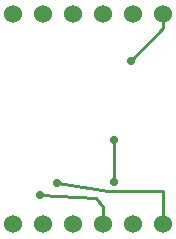
<source format=gbl>
G04 #@! TF.FileFunction,Copper,L2,Bot,Signal*
%FSLAX46Y46*%
G04 Gerber Fmt 4.6, Leading zero omitted, Abs format (unit mm)*
G04 Created by KiCad (PCBNEW (2015-07-01 BZR 5850, Git 51c0ae3)-product) date 07/10/2015 23:59:39*
%MOMM*%
G01*
G04 APERTURE LIST*
%ADD10C,0.100000*%
%ADD11C,1.524000*%
%ADD12C,0.700000*%
%ADD13C,0.250000*%
G04 APERTURE END LIST*
D10*
D11*
X152400000Y-113030000D03*
X149860000Y-113030000D03*
X147320000Y-113030000D03*
X157480000Y-113030000D03*
X154940000Y-113030000D03*
X144780000Y-113030000D03*
X149860000Y-95250000D03*
X152400000Y-95250000D03*
X154940000Y-95250000D03*
X144780000Y-95250000D03*
X147320000Y-95250000D03*
X157480000Y-95250000D03*
D12*
X153310000Y-109420000D03*
X153350000Y-105860000D03*
X147050000Y-110520000D03*
X148500000Y-109550000D03*
X154730000Y-99180000D03*
D13*
X153310000Y-105900000D02*
X153310000Y-109420000D01*
X153350000Y-105860000D02*
X153310000Y-105900000D01*
X152400000Y-113030000D02*
X152400000Y-111530000D01*
X147060000Y-110510000D02*
X147050000Y-110520000D01*
X151760000Y-110780000D02*
X147060000Y-110510000D01*
X152400000Y-111530000D02*
X151760000Y-110780000D01*
X157489995Y-110216157D02*
X157480000Y-113030000D01*
X152780000Y-110170000D02*
X157489995Y-110216157D01*
X148550000Y-109500000D02*
X152780000Y-110170000D01*
X148500000Y-109550000D02*
X148550000Y-109500000D01*
X157480000Y-96430000D02*
X157480000Y-95250000D01*
X154730000Y-99180000D02*
X157480000Y-96430000D01*
M02*

</source>
